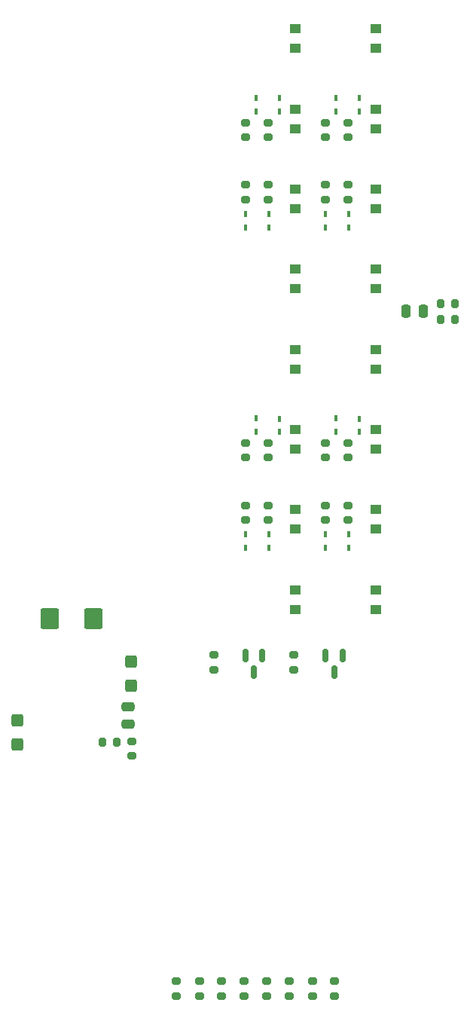
<source format=gbp>
%TF.GenerationSoftware,KiCad,Pcbnew,(6.0.5)*%
%TF.CreationDate,2022-07-12T00:37:25-04:00*%
%TF.ProjectId,grouped,67726f75-7065-4642-9e6b-696361645f70,rev?*%
%TF.SameCoordinates,Original*%
%TF.FileFunction,Paste,Bot*%
%TF.FilePolarity,Positive*%
%FSLAX46Y46*%
G04 Gerber Fmt 4.6, Leading zero omitted, Abs format (unit mm)*
G04 Created by KiCad (PCBNEW (6.0.5)) date 2022-07-12 00:37:25*
%MOMM*%
%LPD*%
G01*
G04 APERTURE LIST*
G04 Aperture macros list*
%AMRoundRect*
0 Rectangle with rounded corners*
0 $1 Rounding radius*
0 $2 $3 $4 $5 $6 $7 $8 $9 X,Y pos of 4 corners*
0 Add a 4 corners polygon primitive as box body*
4,1,4,$2,$3,$4,$5,$6,$7,$8,$9,$2,$3,0*
0 Add four circle primitives for the rounded corners*
1,1,$1+$1,$2,$3*
1,1,$1+$1,$4,$5*
1,1,$1+$1,$6,$7*
1,1,$1+$1,$8,$9*
0 Add four rect primitives between the rounded corners*
20,1,$1+$1,$2,$3,$4,$5,0*
20,1,$1+$1,$4,$5,$6,$7,0*
20,1,$1+$1,$6,$7,$8,$9,0*
20,1,$1+$1,$8,$9,$2,$3,0*%
G04 Aperture macros list end*
%ADD10R,1.250000X1.000000*%
%ADD11RoundRect,0.200000X0.275000X-0.200000X0.275000X0.200000X-0.275000X0.200000X-0.275000X-0.200000X0*%
%ADD12R,0.420000X0.640000*%
%ADD13RoundRect,0.250000X-0.250000X-0.475000X0.250000X-0.475000X0.250000X0.475000X-0.250000X0.475000X0*%
%ADD14RoundRect,0.250000X0.475000X-0.250000X0.475000X0.250000X-0.475000X0.250000X-0.475000X-0.250000X0*%
%ADD15RoundRect,0.200000X-0.275000X0.200000X-0.275000X-0.200000X0.275000X-0.200000X0.275000X0.200000X0*%
%ADD16RoundRect,0.200000X-0.200000X-0.275000X0.200000X-0.275000X0.200000X0.275000X-0.200000X0.275000X0*%
%ADD17RoundRect,0.150000X-0.150000X0.587500X-0.150000X-0.587500X0.150000X-0.587500X0.150000X0.587500X0*%
%ADD18RoundRect,0.200000X0.200000X0.275000X-0.200000X0.275000X-0.200000X-0.275000X0.200000X-0.275000X0*%
%ADD19RoundRect,0.250000X0.425000X-0.450000X0.425000X0.450000X-0.425000X0.450000X-0.425000X-0.450000X0*%
%ADD20RoundRect,0.250000X-0.425000X0.450000X-0.425000X-0.450000X0.425000X-0.450000X0.425000X0.450000X0*%
%ADD21RoundRect,0.250000X0.787500X0.925000X-0.787500X0.925000X-0.787500X-0.925000X0.787500X-0.925000X0*%
G04 APERTURE END LIST*
D10*
X303041751Y-100460000D03*
X303041751Y-102660000D03*
D11*
X297421751Y-112625000D03*
X297421751Y-110975000D03*
D12*
X306421751Y-158750000D03*
X306421751Y-157250000D03*
D11*
X307421751Y-209125000D03*
X307421751Y-207475000D03*
D12*
X297421751Y-122750000D03*
X297421751Y-121250000D03*
D11*
X297221751Y-209125000D03*
X297221751Y-207475000D03*
D12*
X300021751Y-158750000D03*
X300021751Y-157250000D03*
X310221751Y-145750000D03*
X310221751Y-144250000D03*
D10*
X303041751Y-163460000D03*
X303041751Y-165660000D03*
D13*
X315471751Y-132200000D03*
X317371751Y-132200000D03*
D14*
X284251751Y-178560000D03*
X284251751Y-176660000D03*
D10*
X312041751Y-163460000D03*
X312041751Y-165660000D03*
D15*
X293871751Y-170800000D03*
X293871751Y-172450000D03*
D10*
X303041751Y-136460000D03*
X303041751Y-138660000D03*
D12*
X309021751Y-158750000D03*
X309021751Y-157250000D03*
D10*
X303041751Y-127460000D03*
X303041751Y-129660000D03*
D15*
X299921751Y-117975000D03*
X299921751Y-119625000D03*
D16*
X319346751Y-131300000D03*
X320996751Y-131300000D03*
D17*
X297421751Y-170862500D03*
X299321751Y-170862500D03*
X298371751Y-172737500D03*
D15*
X299921751Y-110975000D03*
X299921751Y-112625000D03*
D10*
X312041751Y-127460000D03*
X312041751Y-129660000D03*
X303041751Y-145460000D03*
X303041751Y-147660000D03*
D15*
X308921751Y-117975000D03*
X308921751Y-119625000D03*
D11*
X306421751Y-119625000D03*
X306421751Y-117975000D03*
X304921751Y-209125000D03*
X304921751Y-207475000D03*
X306421751Y-155625000D03*
X306421751Y-153975000D03*
D15*
X302871751Y-170800000D03*
X302871751Y-172450000D03*
D12*
X306421751Y-122750000D03*
X306421751Y-121250000D03*
X297421751Y-158750000D03*
X297421751Y-157250000D03*
X298621751Y-145700000D03*
X298621751Y-144200000D03*
X310221751Y-109750000D03*
X310221751Y-108250000D03*
D10*
X303041751Y-118460000D03*
X303041751Y-120660000D03*
X312041751Y-109460000D03*
X312041751Y-111660000D03*
X312041751Y-154460000D03*
X312041751Y-156660000D03*
D11*
X292221751Y-209125000D03*
X292221751Y-207475000D03*
X299821751Y-209125000D03*
X299821751Y-207475000D03*
D15*
X299921751Y-146975000D03*
X299921751Y-148625000D03*
X299921751Y-153975000D03*
X299921751Y-155625000D03*
D11*
X297421751Y-155625000D03*
X297421751Y-153975000D03*
D18*
X282976751Y-180610000D03*
X281326751Y-180610000D03*
D11*
X302321751Y-209125000D03*
X302321751Y-207475000D03*
X294721751Y-209125000D03*
X294721751Y-207475000D03*
D12*
X298621751Y-109700000D03*
X298621751Y-108200000D03*
X307621751Y-109700000D03*
X307621751Y-108200000D03*
X307621751Y-145700000D03*
X307621751Y-144200000D03*
D15*
X308921751Y-110975000D03*
X308921751Y-112625000D03*
D12*
X301221751Y-109750000D03*
X301221751Y-108250000D03*
X301221751Y-145750000D03*
X301221751Y-144250000D03*
D19*
X284551751Y-174260000D03*
X284551751Y-171560000D03*
D15*
X308921751Y-153975000D03*
X308921751Y-155625000D03*
D10*
X312041751Y-136460000D03*
X312041751Y-138660000D03*
D15*
X284651751Y-180485000D03*
X284651751Y-182135000D03*
D20*
X271751751Y-178160000D03*
X271751751Y-180860000D03*
D18*
X320996751Y-133060000D03*
X319346751Y-133060000D03*
D11*
X306421751Y-148625000D03*
X306421751Y-146975000D03*
D10*
X303041751Y-154460000D03*
X303041751Y-156660000D03*
X312041751Y-145460000D03*
X312041751Y-147660000D03*
D11*
X297421751Y-119625000D03*
X297421751Y-117975000D03*
D10*
X303041751Y-109460000D03*
X303041751Y-111660000D03*
D11*
X306421751Y-112625000D03*
X306421751Y-110975000D03*
D10*
X312041751Y-118460000D03*
X312041751Y-120660000D03*
D21*
X280314251Y-166710000D03*
X275389251Y-166710000D03*
D15*
X308921751Y-146975000D03*
X308921751Y-148625000D03*
D10*
X312041751Y-100460000D03*
X312041751Y-102660000D03*
D12*
X300021751Y-122750000D03*
X300021751Y-121250000D03*
D11*
X297421751Y-148625000D03*
X297421751Y-146975000D03*
D12*
X309021751Y-122750000D03*
X309021751Y-121250000D03*
D17*
X306421751Y-170862500D03*
X308321751Y-170862500D03*
X307371751Y-172737500D03*
D11*
X289621751Y-209125000D03*
X289621751Y-207475000D03*
M02*

</source>
